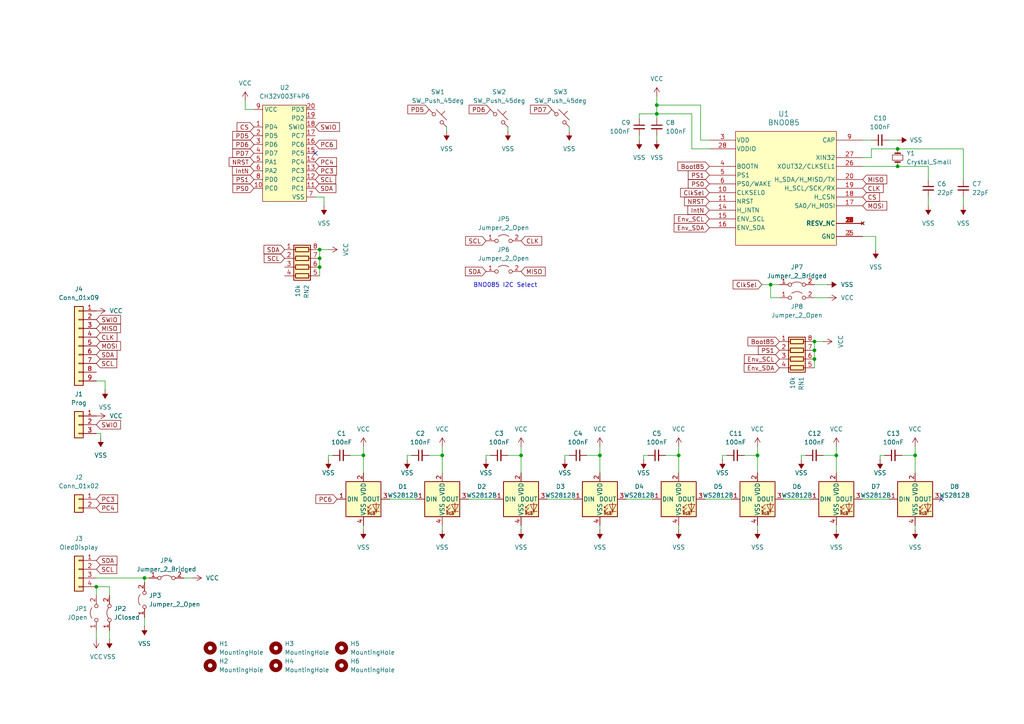
<source format=kicad_sch>
(kicad_sch (version 20231120) (generator "eeschema") (generator_version "8.0")
  (paper "A4")
  (lib_symbols
    (symbol "Connector_Generic:Conn_01x02" (pin_names (offset 1.016) hide)
      (property "Reference" "J" (at 0 2.54 0))
      (property "Value" "Conn_01x02" (at 0 -5.08 0))
      (symbol "Conn_01x02_1_1"
        (rectangle (start -1.27 -2.413) (end 0 -2.667) (stroke (width 0.1524)))
        (rectangle (start -1.27 0.127) (end 0 -0.127) (stroke (width 0.1524)))
        (rectangle (start -1.27 1.27) (end 1.27 -3.81) (stroke (width 0.254)) (fill (type background)))
        (pin passive line (at -5.08 0 0) (length 3.81) (name "Pin_1") (number "1"))
        (pin passive line (at -5.08 -2.54 0) (length 3.81) (name "Pin_2") (number "2"))
      )
    )
    (symbol "Connector_Generic:Conn_01x03" (pin_names (offset 1.016) hide)
      (property "Reference" "J" (at 0 5.08 0))
      (property "Value" "Conn_01x03" (at 0 -5.08 0))
      (symbol "Conn_01x03_1_1"
        (rectangle (start -1.27 -2.413) (end 0 -2.667) (stroke (width 0.1524)))
        (rectangle (start -1.27 0.127) (end 0 -0.127) (stroke (width 0.1524)))
        (rectangle (start -1.27 2.667) (end 0 2.413) (stroke (width 0.1524)))
        (rectangle (start -1.27 3.81) (end 1.27 -3.81) (stroke (width 0.254)) (fill (type background)))
        (pin passive line (at -5.08 2.54 0) (length 3.81) (name "Pin_1") (number "1"))
        (pin passive line (at -5.08 0 0) (length 3.81) (name "Pin_2") (number "2"))
        (pin passive line (at -5.08 -2.54 0) (length 3.81) (name "Pin_3") (number "3"))
      )
    )
    (symbol "Connector_Generic:Conn_01x04" (pin_names (offset 1.016) hide)
      (property "Reference" "J" (at 0 5.08 0))
      (property "Value" "Conn_01x04" (at 0 -7.62 0))
      (symbol "Conn_01x04_1_1"
        (rectangle (start -1.27 -4.953) (end 0 -5.207) (stroke (width 0.1524)))
        (rectangle (start -1.27 -2.413) (end 0 -2.667) (stroke (width 0.1524)))
        (rectangle (start -1.27 0.127) (end 0 -0.127) (stroke (width 0.1524)))
        (rectangle (start -1.27 2.667) (end 0 2.413) (stroke (width 0.1524)))
        (rectangle (start -1.27 3.81) (end 1.27 -6.35) (stroke (width 0.254)) (fill (type background)))
        (pin passive line (at -5.08 2.54 0) (length 3.81) (name "Pin_1") (number "1"))
        (pin passive line (at -5.08 0 0) (length 3.81) (name "Pin_2") (number "2"))
        (pin passive line (at -5.08 -2.54 0) (length 3.81) (name "Pin_3") (number "3"))
        (pin passive line (at -5.08 -5.08 0) (length 3.81) (name "Pin_4") (number "4"))
      )
    )
    (symbol "Connector_Generic:Conn_01x09" (pin_names (offset 1.016) hide)
      (property "Reference" "J" (at 0 12.7 0))
      (property "Value" "Conn_01x09" (at 0 -12.7 0))
      (symbol "Conn_01x09_1_1"
        (rectangle (start -1.27 -10.033) (end 0 -10.287) (stroke (width 0.1524)))
        (rectangle (start -1.27 -7.493) (end 0 -7.747) (stroke (width 0.1524)))
        (rectangle (start -1.27 -4.953) (end 0 -5.207) (stroke (width 0.1524)))
        (rectangle (start -1.27 -2.413) (end 0 -2.667) (stroke (width 0.1524)))
        (rectangle (start -1.27 0.127) (end 0 -0.127) (stroke (width 0.1524)))
        (rectangle (start -1.27 2.667) (end 0 2.413) (stroke (width 0.1524)))
        (rectangle (start -1.27 5.207) (end 0 4.953) (stroke (width 0.1524)))
        (rectangle (start -1.27 7.747) (end 0 7.493) (stroke (width 0.1524)))
        (rectangle (start -1.27 10.287) (end 0 10.033) (stroke (width 0.1524)))
        (rectangle (start -1.27 11.43) (end 1.27 -11.43) (stroke (width 0.254)) (fill (type background)))
        (pin passive line (at -5.08 10.16 0) (length 3.81) (name "Pin_1") (number "1"))
        (pin passive line (at -5.08 7.62 0) (length 3.81) (name "Pin_2") (number "2"))
        (pin passive line (at -5.08 5.08 0) (length 3.81) (name "Pin_3") (number "3"))
        (pin passive line (at -5.08 2.54 0) (length 3.81) (name "Pin_4") (number "4"))
        (pin passive line (at -5.08 0 0) (length 3.81) (name "Pin_5") (number "5"))
        (pin passive line (at -5.08 -2.54 0) (length 3.81) (name "Pin_6") (number "6"))
        (pin passive line (at -5.08 -5.08 0) (length 3.81) (name "Pin_7") (number "7"))
        (pin passive line (at -5.08 -7.62 0) (length 3.81) (name "Pin_8") (number "8"))
        (pin passive line (at -5.08 -10.16 0) (length 3.81) (name "Pin_9") (number "9"))
      )
    )
    (symbol "Device:C_Small" (pin_numbers hide) (pin_names (offset 0.254) hide)
      (property "Reference" "C" (at 0.254 1.778 0))
      (property "Value" "C_Small" (at 0.254 -2.032 0))
      (symbol "C_Small_0_1"
        (polyline (pts (xy -1.524 -0.508) (xy 1.524 -0.508)) (stroke (width 0.3302)))
        (polyline (pts (xy -1.524 0.508) (xy 1.524 0.508)) (stroke (width 0.3048)))
      )
      (symbol "C_Small_1_1"
        (pin passive line (at 0 2.54 270) (length 2.032) (name "~") (number "1"))
        (pin passive line (at 0 -2.54 90) (length 2.032) (name "~") (number "2"))
      )
    )
    (symbol "Device:Crystal_Small" (pin_numbers hide) (pin_names (offset 1.016) hide)
      (property "Reference" "Y" (at 0 2.54 0))
      (property "Value" "Crystal_Small" (at 0 -2.54 0))
      (symbol "Crystal_Small_0_1"
        (rectangle (start -0.762 -1.524) (end 0.762 1.524))
        (polyline (pts (xy -1.27 -0.762) (xy -1.27 0.762)) (stroke (width 0.381)))
        (polyline (pts (xy 1.27 -0.762) (xy 1.27 0.762)) (stroke (width 0.381)))
      )
      (symbol "Crystal_Small_1_1"
        (pin passive line (at -2.54 0 0) (length 1.27) (name "1") (number "1"))
        (pin passive line (at 2.54 0 180) (length 1.27) (name "2") (number "2"))
      )
    )
    (symbol "Device:R_Pack04" (pin_names (offset 0) hide)
      (property "Reference" "RN" (at -7.62 0 90))
      (property "Value" "R_Pack04" (at 5.08 0 90))
      (symbol "R_Pack04_0_1"
        (rectangle (start -6.35 -2.413) (end 3.81 2.413) (stroke (width 0.254)) (fill (type background)))
        (rectangle (start -5.715 1.905) (end -4.445 -1.905) (stroke (width 0.254)))
        (rectangle (start -3.175 1.905) (end -1.905 -1.905) (stroke (width 0.254)))
        (rectangle (start -0.635 1.905) (end 0.635 -1.905) (stroke (width 0.254)))
        (polyline (pts (xy -5.08 -2.54) (xy -5.08 -1.905)))
        (polyline (pts (xy -5.08 1.905) (xy -5.08 2.54)))
        (polyline (pts (xy -2.54 -2.54) (xy -2.54 -1.905)))
        (polyline (pts (xy -2.54 1.905) (xy -2.54 2.54)))
        (polyline (pts (xy 0 -2.54) (xy 0 -1.905)))
        (polyline (pts (xy 0 1.905) (xy 0 2.54)))
        (polyline (pts (xy 2.54 -2.54) (xy 2.54 -1.905)))
        (polyline (pts (xy 2.54 1.905) (xy 2.54 2.54)))
        (rectangle (start 1.905 1.905) (end 3.175 -1.905) (stroke (width 0.254)))
      )
      (symbol "R_Pack04_1_1"
        (pin passive line (at -5.08 -5.08 90) (length 2.54) (name "R1.1") (number "1"))
        (pin passive line (at -2.54 -5.08 90) (length 2.54) (name "R2.1") (number "2"))
        (pin passive line (at 0 -5.08 90) (length 2.54) (name "R3.1") (number "3"))
        (pin passive line (at 2.54 -5.08 90) (length 2.54) (name "R4.1") (number "4"))
        (pin passive line (at 2.54 5.08 270) (length 2.54) (name "R4.2") (number "5"))
        (pin passive line (at 0 5.08 270) (length 2.54) (name "R3.2") (number "6"))
        (pin passive line (at -2.54 5.08 270) (length 2.54) (name "R2.2") (number "7"))
        (pin passive line (at -5.08 5.08 270) (length 2.54) (name "R1.2") (number "8"))
      )
    )
    (symbol "GaussMouse:BNO085" (pin_names (offset 0.254))
      (property "Reference" "U" (at 35.56 4.318 0))
      (property "Value" "BNO085" (at 12.7 4.064 0))
      (symbol "BNO085_0_1"
        (pin no_connect line (at 44.45 -24.13 180) (length 7.62) (name "RESV_NC") (number "1"))
        (pin input line (at 0 -15.24 0) (length 7.62) (name "CLKSEL0") (number "10"))
        (pin input line (at 0 -17.78 0) (length 7.62) (name "NRST") (number "11"))
        (pin no_connect line (at 44.45 -24.13 180) (length 7.62) (name "RESV_NC") (number "12"))
        (pin no_connect line (at 44.45 -24.13 180) (length 7.62) (name "RESV_NC") (number "13"))
        (pin output line (at 0 -20.32 0) (length 7.62) (name "H_INTN") (number "14"))
        (pin bidirectional line (at 0 -22.86 0) (length 7.62) (name "ENV_SCL") (number "15"))
        (pin bidirectional line (at 0 -25.4 0) (length 7.62) (name "ENV_SDA") (number "16"))
        (pin input line (at 44.45 -19.05 180) (length 7.62) (name "SA0/H_MOSI") (number "17"))
        (pin input line (at 44.45 -16.51 180) (length 7.62) (name "H_CSN") (number "18"))
        (pin bidirectional line (at 44.45 -13.97 180) (length 7.62) (name "H_SCL/SCK/RX") (number "19"))
        (pin power_out line (at 44.45 -27.94 180) (length 7.62) (name "GND") (number "2"))
        (pin bidirectional line (at 44.45 -11.43 180) (length 7.62) (name "H_SDA/H_MISO/TX") (number "20"))
        (pin no_connect line (at 44.45 -24.13 180) (length 7.62) (name "RESV_NC") (number "21"))
        (pin no_connect line (at 44.45 -24.13 180) (length 7.62) (name "RESV_NC") (number "22"))
        (pin no_connect line (at 44.45 -24.13 180) (length 7.62) (name "RESV_NC") (number "23"))
        (pin no_connect line (at 44.45 -24.13 180) (length 7.62) (name "RESV_NC") (number "24"))
        (pin power_out line (at 44.45 -27.94 180) (length 7.62) (name "GND") (number "25"))
        (pin output line (at 44.45 -7.62 180) (length 7.62) (name "XOUT32/CLKSEL1") (number "26"))
        (pin input line (at 44.45 -5.08 180) (length 7.62) (name "XIN32") (number "27"))
        (pin power_in line (at 0 -2.54 0) (length 7.62) (name "VDDIO") (number "28"))
        (pin power_in line (at 0 0 0) (length 7.62) (name "VDD") (number "3"))
        (pin input line (at 0 -7.62 0) (length 7.62) (name "BOOTN") (number "4"))
        (pin input line (at 0 -10.16 0) (length 7.62) (name "PS1") (number "5"))
        (pin input line (at 0 -12.7 0) (length 7.62) (name "PS0/WAKE") (number "6"))
        (pin no_connect line (at 44.45 -24.13 180) (length 7.62) (name "RESV_NC") (number "7"))
        (pin no_connect line (at 44.45 -24.13 180) (length 7.62) (name "RESV_NC") (number "8"))
        (pin power_in line (at 44.45 0 180) (length 7.62) (name "CAP") (number "9"))
      )
      (symbol "BNO085_1_1"
        (rectangle (start 7.62 2.54) (end 36.83 -30.48) (fill (type background)))
      )
    )
    (symbol "Jumper:Jumper_2_Bridged" (pin_names (offset 0) hide)
      (property "Reference" "JP" (at 0 1.905 0))
      (property "Value" "Jumper_2_Bridged" (at 0 -2.54 0))
      (symbol "Jumper_2_Bridged_0_0"
        (circle (center -2.032 0) (radius 0.508))
        (circle (center 2.032 0) (radius 0.508))
      )
      (symbol "Jumper_2_Bridged_0_1"
        (arc (start 1.524 0.254) (mid 0 0.762) (end -1.524 0.254))
      )
      (symbol "Jumper_2_Bridged_1_1"
        (pin passive line (at -5.08 0 0) (length 2.54) (name "A") (number "1"))
        (pin passive line (at 5.08 0 180) (length 2.54) (name "B") (number "2"))
      )
    )
    (symbol "Jumper:Jumper_2_Open" (pin_names (offset 0) hide)
      (property "Reference" "JP" (at 0 2.794 0))
      (property "Value" "Jumper_2_Open" (at 0 -2.286 0))
      (symbol "Jumper_2_Open_0_0"
        (circle (center -2.032 0) (radius 0.508))
        (circle (center 2.032 0) (radius 0.508))
      )
      (symbol "Jumper_2_Open_0_1"
        (arc (start 1.524 1.27) (mid 0 1.778) (end -1.524 1.27))
      )
      (symbol "Jumper_2_Open_1_1"
        (pin passive line (at -5.08 0 0) (length 2.54) (name "A") (number "1"))
        (pin passive line (at 5.08 0 180) (length 2.54) (name "B") (number "2"))
      )
    )
    (symbol "LED:WS2812B" (pin_names (offset 0.254))
      (property "Reference" "D1" (at 11.43 3.6479 0))
      (property "Value" "WS2812B" (at 11.43 1.1079 0))
      (symbol "WS2812B_0_0"
        (text "RGB" (at 2.286 -4.191 0) (effects (font (size 0.762 0.762))))
      )
      (symbol "WS2812B_0_1"
        (polyline (pts (xy 1.27 -3.556) (xy 1.778 -3.556)))
        (polyline (pts (xy 1.27 -2.54) (xy 1.778 -2.54)))
        (polyline (pts (xy 4.699 -3.556) (xy 2.667 -3.556)))
        (polyline (pts (xy 2.286 -2.54) (xy 1.27 -3.556) (xy 1.27 -3.048)))
        (polyline (pts (xy 2.286 -1.524) (xy 1.27 -2.54) (xy 1.27 -2.032)))
        (polyline (pts (xy 3.683 -1.016) (xy 3.683 -3.556) (xy 3.683 -4.064)))
        (polyline (pts (xy 4.699 -1.524) (xy 2.667 -1.524) (xy 3.683 -3.556) (xy 4.699 -1.524)))
        (rectangle (start 5.08 5.08) (end -5.08 -5.08) (stroke (width 0.254)) (fill (type background)))
      )
      (symbol "WS2812B_1_1"
        (pin input line (at -7.62 0 0) (length 2.54) (name "DIN") (number "1"))
        (pin power_in line (at 0 7.62 270) (length 2.54) (name "VDD") (number "2"))
        (pin output line (at 7.62 0 180) (length 2.54) (name "DOUT") (number "3"))
        (pin power_in line (at 0 -7.62 90) (length 2.54) (name "VSS") (number "4"))
      )
    )
    (symbol "Mechanical:MountingHole" (pin_names (offset 1.016))
      (property "Reference" "H" (at 0 5.08 0))
      (property "Value" "MountingHole" (at 0 3.175 0))
      (symbol "MountingHole_0_1"
        (circle (center 0 0) (radius 1.27) (stroke (width 1.27)))
      )
    )
    (symbol "Switch:SW_Push_45deg" (pin_numbers hide) (pin_names (offset 1.016) hide)
      (property "Reference" "SW" (at 3.048 1.016 0))
      (property "Value" "SW_Push_45deg" (at 0 -3.81 0))
      (symbol "SW_Push_45deg_0_1"
        (circle (center -1.1684 1.1684) (radius 0.508))
        (polyline (pts (xy -0.508 2.54) (xy 2.54 -0.508)))
        (polyline (pts (xy 1.016 1.016) (xy 2.032 2.032)))
        (polyline (pts (xy -2.54 2.54) (xy -1.524 1.524) (xy -1.524 1.524)))
        (polyline (pts (xy 1.524 -1.524) (xy 2.54 -2.54) (xy 2.54 -2.54) (xy 2.54 -2.54)))
        (circle (center 1.143 -1.1938) (radius 0.508))
        (pin passive line (at -2.54 2.54 0) (length 0) (name "1") (number "1"))
        (pin passive line (at 2.54 -2.54 180) (length 0) (name "2") (number "2"))
      )
    )
    (symbol "WCH:CH32V003F4P6"
      (property "Reference" "U" (at 5.08 -24.13 0))
      (property "Value" "CH32V003F4P6" (at 0 6.35 0))
      (symbol "CH32V003F4P6_0_1"
        (rectangle (start -6.35 5.08) (end 6.35 -22.86) (stroke (width 0.1524)) (fill (type background)))
      )
      (symbol "CH32V003F4P6_1_1"
        (pin input line (at -8.89 -1.27 0) (length 2.54) (name "PD4") (number "1"))
        (pin input line (at -8.89 -19.05 0) (length 2.54) (name "PC0") (number "10"))
        (pin input line (at 8.89 -19.05 180) (length 2.54) (name "PC1") (number "11"))
        (pin input line (at 8.89 -16.51 180) (length 2.54) (name "PC2") (number "12"))
        (pin input line (at 8.89 -13.97 180) (length 2.54) (name "PC3") (number "13"))
        (pin input line (at 8.89 -11.43 180) (length 2.54) (name "PC4") (number "14"))
        (pin input line (at 8.89 -8.89 180) (length 2.54) (name "PC5") (number "15"))
        (pin input line (at 8.89 -6.35 180) (length 2.54) (name "PC6") (number "16"))
        (pin input line (at 8.89 -3.81 180) (length 2.54) (name "PC7") (number "17"))
        (pin input line (at 8.89 -1.27 180) (length 2.54) (name "SWIO") (number "18"))
        (pin input line (at 8.89 1.27 180) (length 2.54) (name "PD2") (number "19"))
        (pin input line (at -8.89 -3.81 0) (length 2.54) (name "PD5") (number "2"))
        (pin input line (at 8.89 3.81 180) (length 2.54) (name "PD3") (number "20"))
        (pin input line (at -8.89 -6.35 0) (length 2.54) (name "PD6") (number "3"))
        (pin input line (at -8.89 -8.89 0) (length 2.54) (name "PD7") (number "4"))
        (pin input line (at -8.89 -11.43 0) (length 2.54) (name "PA1") (number "5"))
        (pin input line (at -8.89 -13.97 0) (length 2.54) (name "PA2") (number "6"))
        (pin input line (at 8.89 -21.59 180) (length 2.54) (name "VSS") (number "7"))
        (pin input line (at -8.89 -16.51 0) (length 2.54) (name "PD0") (number "8"))
        (pin input line (at -8.89 3.81 0) (length 2.54) (name "VCC") (number "9"))
      )
    )
    (symbol "power:VCC" (power) (pin_names (offset 0))
      (property "Value" "VCC" (at 0 3.81 0))
      (symbol "VCC_0_1"
        (polyline (pts (xy -0.762 1.27) (xy 0 2.54)))
        (polyline (pts (xy 0 0) (xy 0 2.54)))
        (polyline (pts (xy 0 2.54) (xy 0.762 1.27)))
      )
      (symbol "VCC_1_1"
        (pin power_in line (at 0 0 90) (length 0) hide (name "VCC") (number "1"))
      )
    )
    (symbol "power:VSS" (power) (pin_numbers hide) (pin_names (offset 0) hide)
      (property "Value" "VSS" (at 0 3.556 0))
      (symbol "VSS_0_1"
        (polyline (pts (xy 0 0) (xy 0 2.54)))
        (polyline (pts (xy 0.762 1.27) (xy -0.762 1.27) (xy 0 2.54) (xy 0.762 1.27)) (fill (type outline)))
      )
      (symbol "VSS_1_1"
        (pin power_in line (at 0 0 90) (length 0) (name "~") (number "1"))
      )
    )
  )
  (junction (at 260.35 48.26))
  (junction (at 92.71 77.47))
  (junction (at 260.35 43.18))
  (junction (at 236.22 104.14))
  (junction (at 92.71 72.39))
  (junction (at 223.52 82.55))
  (junction (at 190.5 30.48))
  (junction (at 173.99 132.08))
  (junction (at 265.43 132.08))
  (junction (at 219.71 132.08))
  (junction (at 27.94 170.18))
  (junction (at 41.91 167.64))
  (junction (at 242.57 132.08))
  (junction (at 128.27 132.08))
  (junction (at 196.85 132.08))
  (junction (at 236.22 99.06))
  (junction (at 151.13 132.08))
  (junction (at 105.41 132.08))
  (junction (at 92.71 74.93))
  (junction (at 236.22 101.6))
  (junction (at 190.5 33.02))
  (no_connect (at 273.05 144.78))
  (no_connect (at 91.44 44.45))
  (wire (pts (xy 236.22 86.36) (xy 240.03 86.36)))
  (wire (pts (xy 95.25 72.39) (xy 92.71 72.39)))
  (wire (pts (xy 41.91 179.07) (xy 41.91 181.61)))
  (wire (pts (xy 128.27 152.4) (xy 128.27 153.67)))
  (wire (pts (xy 173.99 132.08) (xy 173.99 137.16)))
  (wire (pts (xy 254 68.58) (xy 250.19 68.58)))
  (wire (pts (xy 158.75 144.78) (xy 166.37 144.78)))
  (wire (pts (xy 151.13 152.4) (xy 151.13 153.67)))
  (wire (pts (xy 232.41 133.35) (xy 232.41 132.08)))
  (wire (pts (xy 242.57 132.08) (xy 242.57 137.16)))
  (wire (pts (xy 29.21 125.73) (xy 27.94 125.73)))
  (wire (pts (xy 252.73 43.18) (xy 260.35 43.18)))
  (wire (pts (xy 186.69 132.08) (xy 187.96 132.08)))
  (wire (pts (xy 238.76 99.06) (xy 236.22 99.06)))
  (wire (pts (xy 185.42 34.29) (xy 185.42 33.02)))
  (wire (pts (xy 31.75 172.72) (xy 31.75 170.18)))
  (wire (pts (xy 269.24 57.15) (xy 269.24 59.69)))
  (wire (pts (xy 71.12 29.21) (xy 71.12 31.75)))
  (wire (pts (xy 279.4 57.15) (xy 279.4 59.69)))
  (wire (pts (xy 250.19 40.64) (xy 252.73 40.64)))
  (wire (pts (xy 242.57 129.54) (xy 242.57 132.08)))
  (wire (pts (xy 185.42 33.02) (xy 190.5 33.02)))
  (wire (pts (xy 95.25 133.35) (xy 95.25 132.08)))
  (wire (pts (xy 128.27 132.08) (xy 128.27 137.16)))
  (wire (pts (xy 232.41 132.08) (xy 233.68 132.08)))
  (wire (pts (xy 269.24 52.07) (xy 269.24 48.26)))
  (wire (pts (xy 41.91 167.64) (xy 41.91 168.91)))
  (wire (pts (xy 92.71 77.47) (xy 92.71 80.01)))
  (wire (pts (xy 128.27 129.54) (xy 128.27 132.08)))
  (wire (pts (xy 220.98 82.55) (xy 223.52 82.55)))
  (wire (pts (xy 101.6 132.08) (xy 105.41 132.08)))
  (wire (pts (xy 203.2 40.64) (xy 203.2 30.48)))
  (wire (pts (xy 196.85 152.4) (xy 196.85 153.67)))
  (wire (pts (xy 95.25 132.08) (xy 96.52 132.08)))
  (wire (pts (xy 223.52 82.55) (xy 226.06 82.55)))
  (wire (pts (xy 173.99 152.4) (xy 173.99 153.67)))
  (wire (pts (xy 147.32 36.83) (xy 147.32 38.1)))
  (wire (pts (xy 190.5 39.37) (xy 190.5 40.64)))
  (wire (pts (xy 53.34 167.64) (xy 55.88 167.64)))
  (wire (pts (xy 265.43 129.54) (xy 265.43 132.08)))
  (wire (pts (xy 279.4 43.18) (xy 279.4 52.07)))
  (wire (pts (xy 151.13 132.08) (xy 151.13 137.16)))
  (wire (pts (xy 227.33 144.78) (xy 234.95 144.78)))
  (wire (pts (xy 223.52 86.36) (xy 223.52 82.55)))
  (wire (pts (xy 165.1 36.83) (xy 165.1 38.1)))
  (wire (pts (xy 105.41 132.08) (xy 105.41 137.16)))
  (wire (pts (xy 226.06 86.36) (xy 223.52 86.36)))
  (wire (pts (xy 27.94 167.64) (xy 41.91 167.64)))
  (wire (pts (xy 30.48 113.03) (xy 30.48 110.49)))
  (wire (pts (xy 236.22 101.6) (xy 236.22 104.14)))
  (wire (pts (xy 204.47 144.78) (xy 212.09 144.78)))
  (wire (pts (xy 147.32 132.08) (xy 151.13 132.08)))
  (wire (pts (xy 254 72.39) (xy 254 68.58)))
  (wire (pts (xy 186.69 133.35) (xy 186.69 132.08)))
  (wire (pts (xy 31.75 182.88) (xy 31.75 185.42)))
  (wire (pts (xy 93.98 59.69) (xy 93.98 57.15)))
  (wire (pts (xy 181.61 144.78) (xy 189.23 144.78)))
  (wire (pts (xy 236.22 82.55) (xy 240.03 82.55)))
  (wire (pts (xy 190.5 30.48) (xy 190.5 33.02)))
  (wire (pts (xy 209.55 133.35) (xy 209.55 132.08)))
  (wire (pts (xy 250.19 144.78) (xy 257.81 144.78)))
  (wire (pts (xy 129.54 36.83) (xy 129.54 38.1)))
  (wire (pts (xy 118.11 133.35) (xy 118.11 132.08)))
  (wire (pts (xy 200.66 33.02) (xy 190.5 33.02)))
  (wire (pts (xy 118.11 132.08) (xy 119.38 132.08)))
  (wire (pts (xy 236.22 104.14) (xy 236.22 106.68)))
  (wire (pts (xy 190.5 27.94) (xy 190.5 30.48)))
  (wire (pts (xy 265.43 132.08) (xy 265.43 137.16)))
  (wire (pts (xy 27.94 182.88) (xy 27.94 185.42)))
  (wire (pts (xy 140.97 133.35) (xy 140.97 132.08)))
  (wire (pts (xy 250.19 48.26) (xy 260.35 48.26)))
  (wire (pts (xy 200.66 43.18) (xy 200.66 33.02)))
  (wire (pts (xy 124.46 132.08) (xy 128.27 132.08)))
  (wire (pts (xy 205.74 43.18) (xy 200.66 43.18)))
  (wire (pts (xy 260.35 43.18) (xy 279.4 43.18)))
  (wire (pts (xy 261.62 132.08) (xy 265.43 132.08)))
  (wire (pts (xy 190.5 33.02) (xy 190.5 34.29)))
  (wire (pts (xy 185.42 39.37) (xy 185.42 40.64)))
  (wire (pts (xy 105.41 152.4) (xy 105.41 153.67)))
  (wire (pts (xy 236.22 99.06) (xy 236.22 101.6)))
  (wire (pts (xy 163.83 132.08) (xy 165.1 132.08)))
  (wire (pts (xy 255.27 133.35) (xy 255.27 132.08)))
  (wire (pts (xy 242.57 152.4) (xy 242.57 153.67)))
  (wire (pts (xy 219.71 152.4) (xy 219.71 153.67)))
  (wire (pts (xy 265.43 152.4) (xy 265.43 153.67)))
  (wire (pts (xy 250.19 45.72) (xy 252.73 45.72)))
  (wire (pts (xy 41.91 167.64) (xy 43.18 167.64)))
  (wire (pts (xy 163.83 133.35) (xy 163.83 132.08)))
  (wire (pts (xy 151.13 129.54) (xy 151.13 132.08)))
  (wire (pts (xy 105.41 129.54) (xy 105.41 132.08)))
  (wire (pts (xy 190.5 30.48) (xy 203.2 30.48)))
  (wire (pts (xy 93.98 57.15) (xy 91.44 57.15)))
  (wire (pts (xy 173.99 129.54) (xy 173.99 132.08)))
  (wire (pts (xy 30.48 110.49) (xy 27.94 110.49)))
  (wire (pts (xy 255.27 132.08) (xy 256.54 132.08)))
  (wire (pts (xy 31.75 170.18) (xy 27.94 170.18)))
  (wire (pts (xy 238.76 132.08) (xy 242.57 132.08)))
  (wire (pts (xy 260.35 48.26) (xy 269.24 48.26)))
  (wire (pts (xy 203.2 40.64) (xy 205.74 40.64)))
  (wire (pts (xy 92.71 72.39) (xy 92.71 74.93)))
  (wire (pts (xy 219.71 132.08) (xy 219.71 137.16)))
  (wire (pts (xy 219.71 129.54) (xy 219.71 132.08)))
  (wire (pts (xy 252.73 45.72) (xy 252.73 43.18)))
  (wire (pts (xy 140.97 132.08) (xy 142.24 132.08)))
  (wire (pts (xy 71.12 31.75) (xy 73.66 31.75)))
  (wire (pts (xy 193.04 132.08) (xy 196.85 132.08)))
  (wire (pts (xy 29.21 127) (xy 29.21 125.73)))
  (wire (pts (xy 196.85 129.54) (xy 196.85 132.08)))
  (wire (pts (xy 215.9 132.08) (xy 219.71 132.08)))
  (wire (pts (xy 113.03 144.78) (xy 120.65 144.78)))
  (wire (pts (xy 170.18 132.08) (xy 173.99 132.08)))
  (wire (pts (xy 135.89 144.78) (xy 143.51 144.78)))
  (wire (pts (xy 209.55 132.08) (xy 210.82 132.08)))
  (wire (pts (xy 92.71 74.93) (xy 92.71 77.47)))
  (wire (pts (xy 27.94 170.18) (xy 27.94 172.72)))
  (wire (pts (xy 257.81 40.64) (xy 260.35 40.64)))
  (wire (pts (xy 196.85 132.08) (xy 196.85 137.16)))
  (text "BNO085 I2C Select" (at 146.558 82.804 0) (effects (font (size 1.27 1.27))))
  (global_label "NRST" (shape input) (at 205.74 58.42 180) (property "Intersheetrefs" "${INTERSHEET_REFS}" (effects (hide yes))))
  (global_label "MOSI" (shape input) (at 250.19 59.69 0) (property "Intersheetrefs" "${INTERSHEET_REFS}" (effects (hide yes))))
  (global_label "SDA" (shape input) (at 27.94 162.56 0) (property "Intersheetrefs" "${INTERSHEET_REFS}" (effects (hide yes))))
  (global_label "IntN" (shape input) (at 73.66 49.53 180) (property "Intersheetrefs" "${INTERSHEET_REFS}" (effects (hide yes))))
  (global_label "PC6" (shape input) (at 97.79 144.78 180) (property "Intersheetrefs" "${INTERSHEET_REFS}" (effects (hide yes))))
  (global_label "SWIO" (shape input) (at 27.94 123.19 0) (property "Intersheetrefs" "${INTERSHEET_REFS}" (effects (hide yes))))
  (global_label "PD5" (shape input) (at 124.46 31.75 180) (property "Intersheetrefs" "${INTERSHEET_REFS}" (effects (hide yes))))
  (global_label "MISO" (shape input) (at 151.13 78.74 0) (property "Intersheetrefs" "${INTERSHEET_REFS}" (effects (hide yes))))
  (global_label "PS1" (shape input) (at 205.74 50.8 180) (property "Intersheetrefs" "${INTERSHEET_REFS}" (effects (hide yes))))
  (global_label "PD5" (shape input) (at 73.66 39.37 180) (property "Intersheetrefs" "${INTERSHEET_REFS}" (effects (hide yes))))
  (global_label "MISO" (shape input) (at 250.19 52.07 0) (property "Intersheetrefs" "${INTERSHEET_REFS}" (effects (hide yes))))
  (global_label "CS" (shape input) (at 73.66 36.83 180) (property "Intersheetrefs" "${INTERSHEET_REFS}" (effects (hide yes))))
  (global_label "PD7" (shape input) (at 160.02 31.75 180) (property "Intersheetrefs" "${INTERSHEET_REFS}" (effects (hide yes))))
  (global_label "Env_SCL" (shape input) (at 226.06 104.14 180) (property "Intersheetrefs" "${INTERSHEET_REFS}" (effects (hide yes))))
  (global_label "PD6" (shape input) (at 73.66 41.91 180) (property "Intersheetrefs" "${INTERSHEET_REFS}" (effects (hide yes))))
  (global_label "MOSI" (shape input) (at 27.94 100.33 0) (property "Intersheetrefs" "${INTERSHEET_REFS}" (effects (hide yes))))
  (global_label "CLK" (shape input) (at 151.13 69.85 0) (property "Intersheetrefs" "${INTERSHEET_REFS}" (effects (hide yes))))
  (global_label "SCL" (shape input) (at 27.94 105.41 0) (property "Intersheetrefs" "${INTERSHEET_REFS}" (effects (hide yes))))
  (global_label "Env_SDA" (shape input) (at 205.74 66.04 180) (property "Intersheetrefs" "${INTERSHEET_REFS}" (effects (hide yes))))
  (global_label "PC3" (shape input) (at 91.44 49.53 0) (property "Intersheetrefs" "${INTERSHEET_REFS}" (effects (hide yes))))
  (global_label "PS0" (shape input) (at 73.66 54.61 180) (property "Intersheetrefs" "${INTERSHEET_REFS}" (effects (hide yes))))
  (global_label "PC4" (shape input) (at 91.44 46.99 0) (property "Intersheetrefs" "${INTERSHEET_REFS}" (effects (hide yes))))
  (global_label "ClkSel" (shape input) (at 220.98 82.55 180) (property "Intersheetrefs" "${INTERSHEET_REFS}" (effects (hide yes))))
  (global_label "ClkSel" (shape input) (at 205.74 55.88 180) (property "Intersheetrefs" "${INTERSHEET_REFS}" (effects (hide yes))))
  (global_label "IntN" (shape input) (at 205.74 60.96 180) (property "Intersheetrefs" "${INTERSHEET_REFS}" (effects (hide yes))))
  (global_label "NRST" (shape input) (at 73.66 46.99 180) (property "Intersheetrefs" "${INTERSHEET_REFS}" (effects (hide yes))))
  (global_label "MISO" (shape input) (at 27.94 95.25 0) (property "Intersheetrefs" "${INTERSHEET_REFS}" (effects (hide yes))))
  (global_label "SCL" (shape input) (at 140.97 69.85 180) (property "Intersheetrefs" "${INTERSHEET_REFS}" (effects (hide yes))))
  (global_label "PC6" (shape input) (at 91.44 41.91 0) (property "Intersheetrefs" "${INTERSHEET_REFS}" (effects (hide yes))))
  (global_label "CS" (shape input) (at 250.19 57.15 0) (property "Intersheetrefs" "${INTERSHEET_REFS}" (effects (hide yes))))
  (global_label "SCL" (shape input) (at 27.94 165.1 0) (property "Intersheetrefs" "${INTERSHEET_REFS}" (effects (hide yes))))
  (global_label "Boot85" (shape input) (at 205.74 48.26 180) (property "Intersheetrefs" "${INTERSHEET_REFS}" (effects (hide yes))))
  (global_label "SWIO" (shape input) (at 27.94 92.71 0) (property "Intersheetrefs" "${INTERSHEET_REFS}" (effects (hide yes))))
  (global_label "PS0" (shape input) (at 205.74 53.34 180) (property "Intersheetrefs" "${INTERSHEET_REFS}" (effects (hide yes))))
  (global_label "Boot85" (shape input) (at 226.06 99.06 180) (property "Intersheetrefs" "${INTERSHEET_REFS}" (effects (hide yes))))
  (global_label "SWIO" (shape input) (at 91.44 36.83 0) (property "Intersheetrefs" "${INTERSHEET_REFS}" (effects (hide yes))))
  (global_label "PD6" (shape input) (at 142.24 31.75 180) (property "Intersheetrefs" "${INTERSHEET_REFS}" (effects (hide yes))))
  (global_label "Env_SCL" (shape input) (at 205.74 63.5 180) (property "Intersheetrefs" "${INTERSHEET_REFS}" (effects (hide yes))))
  (global_label "PS1" (shape input) (at 73.66 52.07 180) (property "Intersheetrefs" "${INTERSHEET_REFS}" (effects (hide yes))))
  (global_label "CLK" (shape input) (at 27.94 97.79 0) (property "Intersheetrefs" "${INTERSHEET_REFS}" (effects (hide yes))))
  (global_label "SCL" (shape input) (at 82.55 74.93 180) (property "Intersheetrefs" "${INTERSHEET_REFS}" (effects (hide yes))))
  (global_label "SDA" (shape input) (at 27.94 102.87 0) (property "Intersheetrefs" "${INTERSHEET_REFS}" (effects (hide yes))))
  (global_label "SCL" (shape input) (at 91.44 52.07 0) (property "Intersheetrefs" "${INTERSHEET_REFS}" (effects (hide yes))))
  (global_label "PD7" (shape input) (at 73.66 44.45 180) (property "Intersheetrefs" "${INTERSHEET_REFS}" (effects (hide yes))))
  (global_label "PS1" (shape input) (at 226.06 101.6 180) (property "Intersheetrefs" "${INTERSHEET_REFS}" (effects (hide yes))))
  (global_label "CLK" (shape input) (at 250.19 54.61 0) (property "Intersheetrefs" "${INTERSHEET_REFS}" (effects (hide yes))))
  (global_label "PC4" (shape input) (at 27.94 147.32 0) (property "Intersheetrefs" "${INTERSHEET_REFS}" (effects (hide yes))))
  (global_label "SDA" (shape input) (at 140.97 78.74 180) (property "Intersheetrefs" "${INTERSHEET_REFS}" (effects (hide yes))))
  (global_label "SDA" (shape input) (at 82.55 72.39 180) (property "Intersheetrefs" "${INTERSHEET_REFS}" (effects (hide yes))))
  (global_label "Env_SDA" (shape input) (at 226.06 106.68 180) (property "Intersheetrefs" "${INTERSHEET_REFS}" (effects (hide yes))))
  (global_label "PC3" (shape input) (at 27.94 144.78 0) (property "Intersheetrefs" "${INTERSHEET_REFS}" (effects (hide yes))))
  (global_label "SDA" (shape input) (at 91.44 54.61 0) (property "Intersheetrefs" "${INTERSHEET_REFS}" (effects (hide yes))))
  (symbol (lib_id "LED:WS2812B") (at 105.41 144.78 0) (unit 1)
    (property "Reference" "D1" (at 116.84 141.1321 0))
    (property "Value" "WS2812B" (at 116.84 143.6721 0))
    (property "Footprint" "UL_LED:SK6812SIDE-A-RVS" (effects (hide yes)))
    (property "Datasheet" "https://cdn-shop.adafruit.com/datasheets/WS2812B.pdf" (effects (hide yes)))
  )
  (symbol (lib_id "Jumper:Jumper_2_Open") (at 27.94 177.8 90) (unit 1)
    (property "Reference" "JP1" (at 25.4 176.53 90) (effects (justify left)))
    (property "Value" "JOpen" (at 25.4 179.07 90) (effects (justify left)))
    (property "Footprint" "Jumper:SolderJumper-2_P1.3mm_Open_TrianglePad1.0x1.5mm" (effects (hide yes)))
  )
  (symbol (lib_id "power:VCC") (at 173.99 129.54 0) (unit 1)
    (property "Reference" "#PWR028" (effects (hide yes)))
    (property "Value" "VCC" (at 173.99 124.46 0))
  )
  (symbol (lib_id "power:VSS") (at 279.4 59.69 180) (unit 1)
    (property "Reference" "#PWR07" (effects (hide yes)))
    (property "Value" "VSS" (at 279.4 64.77 0))
    (property "Description" "Power symbol creates a global label with name \"VSS\"" (effects (hide yes)))
  )
  (symbol (lib_id "WCH:CH32V003F4P6") (at 82.55 35.56 0) (unit 1)
    (property "Reference" "U2" (at 82.55 25.4 0))
    (property "Value" "CH32V003F4P6" (at 82.55 27.94 0))
    (property "Footprint" "Package_SO:TSSOP-20_4.4x6.5mm_P0.65mm" (effects (hide yes)))
  )
  (symbol (lib_id "Jumper:Jumper_2_Open") (at 231.14 86.36 0) (unit 1)
    (property "Reference" "JP8" (at 231.14 88.9 0))
    (property "Value" "Jumper_2_Open" (at 231.14 91.44 0))
    (property "Footprint" "Jumper:SolderJumper-2_P1.3mm_Open_TrianglePad1.0x1.5mm" (effects (hide yes)))
    (property "Description" "Jumper, 2-pole, open" (effects (hide yes)))
  )
  (symbol (lib_id "power:VCC") (at 238.76 99.06 270) (mirror x) (unit 1)
    (property "Reference" "#PWR010" (effects (hide yes)))
    (property "Value" "VCC" (at 243.84 99.06 0))
  )
  (symbol (lib_id "power:VSS") (at 219.71 153.67 180) (unit 1)
    (property "Reference" "#PWR041" (effects (hide yes)))
    (property "Value" "VSS" (at 219.71 158.75 0))
  )
  (symbol (lib_id "power:VCC") (at 151.13 129.54 0) (unit 1)
    (property "Reference" "#PWR025" (effects (hide yes)))
    (property "Value" "VCC" (at 151.13 124.46 0))
  )
  (symbol (lib_id "Device:C_Small") (at 259.08 132.08 90) (unit 1)
    (property "Reference" "C13" (at 259.0863 125.73 90))
    (property "Value" "100nF" (at 259.0863 128.27 90))
    (property "Footprint" "Capacitor_SMD:C_0805_2012Metric" (effects (hide yes)))
  )
  (symbol (lib_id "GaussMouse:BNO085") (at 205.74 40.64 0) (unit 1)
    (property "Reference" "U1" (at 227.33 33.02 0) (effects (font (size 1.524 1.524))))
    (property "Value" "BNO085" (at 227.33 35.56 0) (effects (font (size 1.524 1.524))))
    (property "Footprint" "Package_LGA:LGA-28_5.2x3.8mm_P0.5mm" (effects (hide yes)))
    (property "Datasheet" "BNO085" (effects (hide yes)))
  )
  (symbol (lib_id "power:VSS") (at 41.91 181.61 180) (unit 1)
    (property "Reference" "#PWR019" (effects (hide yes)))
    (property "Value" "VSS" (at 41.91 186.69 0))
  )
  (symbol (lib_id "Device:C_Small") (at 99.06 132.08 90) (unit 1)
    (property "Reference" "C1" (at 99.0663 125.73 90))
    (property "Value" "100nF" (at 99.0663 128.27 90))
    (property "Footprint" "Capacitor_SMD:C_0805_2012Metric" (effects (hide yes)))
  )
  (symbol (lib_id "power:VSS") (at 269.24 59.69 180) (unit 1)
    (property "Reference" "#PWR06" (effects (hide yes)))
    (property "Value" "VSS" (at 269.24 64.77 0))
    (property "Description" "Power symbol creates a global label with name \"VSS\"" (effects (hide yes)))
  )
  (symbol (lib_id "Mechanical:MountingHole") (at 80.01 193.04 0) (unit 1)
    (property "Reference" "H4" (at 82.55 191.77 0) (effects (justify left)))
    (property "Value" "MountingHole" (at 82.55 194.31 0) (effects (justify left)))
    (property "Footprint" "MountingHole:MountingHole_2.2mm_M2" (effects (hide yes)))
  )
  (symbol (lib_id "power:VSS") (at 165.1 38.1 180) (unit 1)
    (property "Reference" "#PWR014" (effects (hide yes)))
    (property "Value" "VSS" (at 165.1 43.18 0))
  )
  (symbol (lib_id "power:VCC") (at 71.12 29.21 0) (unit 1)
    (property "Reference" "#PWR02" (effects (hide yes)))
    (property "Value" "VCC" (at 71.12 24.13 0))
  )
  (symbol (lib_id "power:VSS") (at 30.48 113.03 0) (mirror x) (unit 1)
    (property "Reference" "#PWR05" (effects (hide yes)))
    (property "Value" "VSS" (at 30.48 118.11 0))
  )
  (symbol (lib_id "power:VSS") (at 128.27 153.67 180) (unit 1)
    (property "Reference" "#PWR026" (effects (hide yes)))
    (property "Value" "VSS" (at 128.27 158.75 0))
  )
  (symbol (lib_id "power:VSS") (at 31.75 185.42 180) (unit 1)
    (property "Reference" "#PWR018" (effects (hide yes)))
    (property "Value" "VSS" (at 31.75 190.5 0))
  )
  (symbol (lib_id "Connector_Generic:Conn_01x03") (at 22.86 123.19 0) (mirror y) (unit 1)
    (property "Reference" "J1" (at 22.86 114.3 0))
    (property "Value" "Prog" (at 22.86 116.84 0))
    (property "Footprint" "Connector_PinHeader_2.54mm:PinHeader_1x03_P2.54mm_Vertical" (effects (hide yes)))
  )
  (symbol (lib_id "power:VCC") (at 95.25 72.39 270) (mirror x) (unit 1)
    (property "Reference" "#PWR038" (effects (hide yes)))
    (property "Value" "VCC" (at 100.33 72.39 0))
  )
  (symbol (lib_id "Jumper:Jumper_2_Bridged") (at 48.26 167.64 0) (unit 1)
    (property "Reference" "JP4" (at 48.26 162.56 0))
    (property "Value" "Jumper_2_Bridged" (at 48.26 165.1 0))
    (property "Footprint" "Jumper:SolderJumper-2_P1.3mm_Bridged_Pad1.0x1.5mm" (effects (hide yes)))
  )
  (symbol (lib_id "Device:C_Small") (at 236.22 132.08 90) (unit 1)
    (property "Reference" "C12" (at 236.2263 125.73 90))
    (property "Value" "100nF" (at 236.2263 128.27 90))
    (property "Footprint" "Capacitor_SMD:C_0805_2012Metric" (effects (hide yes)))
  )
  (symbol (lib_id "power:VSS") (at 173.99 153.67 180) (unit 1)
    (property "Reference" "#PWR032" (effects (hide yes)))
    (property "Value" "VSS" (at 173.99 158.75 0))
  )
  (symbol (lib_id "Mechanical:MountingHole") (at 80.01 187.96 0) (unit 1)
    (property "Reference" "H3" (at 82.55 186.69 0) (effects (justify left)))
    (property "Value" "MountingHole" (at 82.55 189.23 0) (effects (justify left)))
    (property "Footprint" "MountingHole:MountingHole_2.2mm_M2" (effects (hide yes)))
  )
  (symbol (lib_id "power:VSS") (at 196.85 153.67 180) (unit 1)
    (property "Reference" "#PWR035" (effects (hide yes)))
    (property "Value" "VSS" (at 196.85 158.75 0))
  )
  (symbol (lib_id "Jumper:Jumper_2_Open") (at 146.05 78.74 0) (unit 1)
    (property "Reference" "JP6" (at 146.05 72.39 0))
    (property "Value" "Jumper_2_Open" (at 146.05 74.93 0))
    (property "Footprint" "Jumper:SolderJumper-2_P1.3mm_Open_TrianglePad1.0x1.5mm" (effects (hide yes)))
    (property "Description" "Jumper, 2-pole, open" (effects (hide yes)))
  )
  (symbol (lib_id "Device:C_Small") (at 185.42 36.83 0) (unit 1)
    (property "Reference" "C9" (at 182.88 35.5662 0) (effects (justify right)))
    (property "Value" "100nF" (at 182.88 38.1062 0) (effects (justify right)))
    (property "Footprint" "Capacitor_SMD:C_0805_2012Metric" (effects (hide yes)))
    (property "Description" "Unpolarized capacitor, small symbol" (effects (hide yes)))
  )
  (symbol (lib_id "power:VSS") (at 147.32 38.1 180) (unit 1)
    (property "Reference" "#PWR013" (effects (hide yes)))
    (property "Value" "VSS" (at 147.32 43.18 0))
  )
  (symbol (lib_id "power:VCC") (at 190.5 27.94 0) (mirror y) (unit 1)
    (property "Reference" "#PWR08" (effects (hide yes)))
    (property "Value" "VCC" (at 190.5 22.86 0))
  )
  (symbol (lib_id "power:VCC") (at 55.88 167.64 270) (unit 1)
    (property "Reference" "#PWR020" (effects (hide yes)))
    (property "Value" "VCC" (at 59.69 167.64 90) (effects (justify left)))
  )
  (symbol (lib_id "power:VCC") (at 219.71 129.54 0) (unit 1)
    (property "Reference" "#PWR034" (effects (hide yes)))
    (property "Value" "VCC" (at 219.71 124.46 0))
  )
  (symbol (lib_id "power:VCC") (at 27.94 90.17 270) (mirror x) (unit 1)
    (property "Reference" "#PWR04" (effects (hide yes)))
    (property "Value" "VCC" (at 31.75 90.17 90) (effects (justify left)))
  )
  (symbol (lib_id "power:VCC") (at 105.41 129.54 0) (unit 1)
    (property "Reference" "#PWR049" (effects (hide yes)))
    (property "Value" "VCC" (at 105.41 124.46 0))
  )
  (symbol (lib_id "Device:R_Pack04") (at 231.14 104.14 270) (unit 1)
    (property "Reference" "RN1" (at 232.4101 109.22 0) (effects (justify left)))
    (property "Value" "10k" (at 229.8701 109.22 0) (effects (justify left)))
    (property "Footprint" "Resistor_SMD:R_Array_Convex_4x0603" (effects (hide yes)))
    (property "Description" "4 resistor network, parallel topology" (effects (hide yes)))
  )
  (symbol (lib_id "Device:C_Small") (at 279.4 54.61 0) (unit 1)
    (property "Reference" "C7" (at 281.94 53.3462 0) (effects (justify left)))
    (property "Value" "22pF" (at 281.94 55.8862 0) (effects (justify left)))
    (property "Footprint" "Capacitor_SMD:C_0805_2012Metric" (effects (hide yes)))
    (property "Description" "Unpolarized capacitor, small symbol" (effects (hide yes)))
  )
  (symbol (lib_id "Device:Crystal_Small") (at 260.35 45.72 90) (unit 1)
    (property "Reference" "Y1" (at 262.89 44.4499 90) (effects (justify right)))
    (property "Value" "Crystal_Small" (at 262.89 46.9899 90) (effects (justify right)))
    (property "Footprint" "Crystal:Crystal_SMD_3215-2Pin_3.2x1.5mm" (effects (hide yes)))
    (property "Description" "Two pin crystal, small symbol" (effects (hide yes)))
  )
  (symbol (lib_id "LED:WS2812B") (at 265.43 144.78 0) (unit 1)
    (property "Reference" "D8" (at 276.86 141.1321 0))
    (property "Value" "WS2812B" (at 276.86 143.6721 0))
    (property "Footprint" "UL_LED:SK6812SIDE-A-RVS" (effects (hide yes)))
    (property "Datasheet" "https://cdn-shop.adafruit.com/datasheets/WS2812B.pdf" (effects (hide yes)))
  )
  (symbol (lib_id "power:VCC") (at 27.94 120.65 270) (mirror x) (unit 1)
    (property "Reference" "#PWR015" (effects (hide yes)))
    (property "Value" "VCC" (at 31.75 120.65 90) (effects (justify left)))
  )
  (symbol (lib_id "Connector_Generic:Conn_01x04") (at 22.86 165.1 0) (mirror y) (unit 1)
    (property "Reference" "J3" (at 22.86 156.21 0))
    (property "Value" "OledDisplay" (at 22.86 158.75 0))
    (property "Footprint" "Connector_PinHeader_2.54mm:PinHeader_1x04_P2.54mm_Vertical" (effects (hide yes)))
  )
  (symbol (lib_id "power:VSS") (at 93.98 59.69 180) (unit 1)
    (property "Reference" "#PWR03" (effects (hide yes)))
    (property "Value" "VSS" (at 93.98 64.77 0))
  )
  (symbol (lib_id "Device:C_Small") (at 190.5 132.08 90) (unit 1)
    (property "Reference" "C5" (at 190.5063 125.73 90))
    (property "Value" "100nF" (at 190.5063 128.27 90))
    (property "Footprint" "Capacitor_SMD:C_0805_2012Metric" (effects (hide yes)))
  )
  (symbol (lib_id "Device:C_Small") (at 144.78 132.08 90) (unit 1)
    (property "Reference" "C3" (at 144.7863 125.73 90))
    (property "Value" "100nF" (at 144.7863 128.27 90))
    (property "Footprint" "Capacitor_SMD:C_0805_2012Metric" (effects (hide yes)))
  )
  (symbol (lib_id "Device:C_Small") (at 121.92 132.08 90) (unit 1)
    (property "Reference" "C2" (at 121.9263 125.73 90))
    (property "Value" "100nF" (at 121.9263 128.27 90))
    (property "Footprint" "Capacitor_SMD:C_0805_2012Metric" (effects (hide yes)))
  )
  (symbol (lib_id "Switch:SW_Push_45deg") (at 144.78 34.29 0) (unit 1)
    (property "Reference" "SW2" (at 144.78 26.67 0))
    (property "Value" "SW_Push_45deg" (at 144.78 29.21 0))
    (property "Footprint" "Button_Switch_SMD:SW_SPST_TL3342" (effects (hide yes)))
  )
  (symbol (lib_id "power:VSS") (at 190.5 40.64 180) (unit 1)
    (property "Reference" "#PWR09" (effects (hide yes)))
    (property "Value" "VSS" (at 190.5 45.72 0))
    (property "Description" "Power symbol creates a global label with name \"VSS\"" (effects (hide yes)))
  )
  (symbol (lib_id "power:VSS") (at 254 72.39 180) (unit 1)
    (property "Reference" "#PWR01" (effects (hide yes)))
    (property "Value" "VSS" (at 254 77.47 0))
    (property "Description" "Power symbol creates a global label with name \"VSS\"" (effects (hide yes)))
  )
  (symbol (lib_id "Device:C_Small") (at 190.5 36.83 0) (unit 1)
    (property "Reference" "C8" (at 193.04 35.5662 0) (effects (justify left)))
    (property "Value" "100nF" (at 193.04 38.1062 0) (effects (justify left)))
    (property "Footprint" "Capacitor_SMD:C_0805_2012Metric" (effects (hide yes)))
    (property "Description" "Unpolarized capacitor, small symbol" (effects (hide yes)))
  )
  (symbol (lib_id "power:VCC") (at 240.03 86.36 270) (mirror x) (unit 1)
    (property "Reference" "#PWR048" (effects (hide yes)))
    (property "Value" "VCC" (at 243.84 86.3599 90) (effects (justify left)))
  )
  (symbol (lib_id "power:VSS") (at 209.55 133.35 180) (unit 1)
    (property "Reference" "#PWR039" (effects (hide yes)))
    (property "Value" "VSS" (at 209.55 137.16 0))
  )
  (symbol (lib_id "Jumper:Jumper_2_Bridged") (at 31.75 177.8 90) (unit 1)
    (property "Reference" "JP2" (at 33.02 176.53 90) (effects (justify right)))
    (property "Value" "JClosed" (at 33.02 179.07 90) (effects (justify right)))
    (property "Footprint" "Jumper:SolderJumper-2_P1.3mm_Bridged_Pad1.0x1.5mm" (effects (hide yes)))
  )
  (symbol (lib_id "LED:WS2812B") (at 219.71 144.78 0) (unit 1)
    (property "Reference" "D6" (at 231.14 141.1321 0))
    (property "Value" "WS2812B" (at 231.14 143.6721 0))
    (property "Footprint" "UL_LED:SK6812SIDE-A-RVS" (effects (hide yes)))
    (property "Datasheet" "https://cdn-shop.adafruit.com/datasheets/WS2812B.pdf" (effects (hide yes)))
  )
  (symbol (lib_id "Mechanical:MountingHole") (at 99.06 193.04 0) (unit 1)
    (property "Reference" "H6" (at 101.6 191.77 0) (effects (justify left)))
    (property "Value" "MountingHole" (at 101.6 194.31 0) (effects (justify left)))
    (property "Footprint" "MountingHole:MountingHole_2.2mm_M2" (effects (hide yes)))
  )
  (symbol (lib_id "power:VCC") (at 196.85 129.54 0) (unit 1)
    (property "Reference" "#PWR031" (effects (hide yes)))
    (property "Value" "VCC" (at 196.85 124.46 0))
  )
  (symbol (lib_id "power:VSS") (at 240.03 82.55 270) (unit 1)
    (property "Reference" "#PWR037" (effects (hide yes)))
    (property "Value" "VSS" (at 243.84 82.5499 90) (effects (justify left)))
    (property "Description" "Power symbol creates a global label with name \"VSS\"" (effects (hide yes)))
  )
  (symbol (lib_id "LED:WS2812B") (at 128.27 144.78 0) (unit 1)
    (property "Reference" "D2" (at 139.7 141.1321 0))
    (property "Value" "WS2812B" (at 139.7 143.6721 0))
    (property "Footprint" "UL_LED:SK6812SIDE-A-RVS" (effects (hide yes)))
    (property "Datasheet" "https://cdn-shop.adafruit.com/datasheets/WS2812B.pdf" (effects (hide yes)))
  )
  (symbol (lib_id "LED:WS2812B") (at 173.99 144.78 0) (unit 1)
    (property "Reference" "D4" (at 185.42 141.1321 0))
    (property "Value" "WS2812B" (at 185.42 143.6721 0))
    (property "Footprint" "UL_LED:SK6812SIDE-A-RVS" (effects (hide yes)))
    (property "Datasheet" "https://cdn-shop.adafruit.com/datasheets/WS2812B.pdf" (effects (hide yes)))
  )
  (symbol (lib_id "power:VSS") (at 105.41 153.67 180) (unit 1)
    (property "Reference" "#PWR023" (effects (hide yes)))
    (property "Value" "VSS" (at 105.41 158.75 0))
  )
  (symbol (lib_id "power:VSS") (at 255.27 133.35 180) (unit 1)
    (property "Reference" "#PWR045" (effects (hide yes)))
    (property "Value" "VSS" (at 255.27 137.16 0))
  )
  (symbol (lib_id "power:VSS") (at 151.13 153.67 180) (unit 1)
    (property "Reference" "#PWR029" (effects (hide yes)))
    (property "Value" "VSS" (at 151.13 158.75 0))
  )
  (symbol (lib_id "power:VCC") (at 27.94 185.42 180) (unit 1)
    (property "Reference" "#PWR016" (effects (hide yes)))
    (property "Value" "VCC" (at 27.94 190.5 0))
  )
  (symbol (lib_id "power:VCC") (at 128.27 129.54 0) (unit 1)
    (property "Reference" "#PWR022" (effects (hide yes)))
    (property "Value" "VCC" (at 128.27 124.46 0))
  )
  (symbol (lib_id "Device:C_Small") (at 269.24 54.61 0) (unit 1)
    (property "Reference" "C6" (at 271.78 53.3462 0) (effects (justify left)))
    (property "Value" "22pF" (at 271.78 55.8862 0) (effects (justify left)))
    (property "Footprint" "Capacitor_SMD:C_0805_2012Metric" (effects (hide yes)))
    (property "Description" "Unpolarized capacitor, small symbol" (effects (hide yes)))
  )
  (symbol (lib_id "Connector_Generic:Conn_01x02") (at 22.86 144.78 0) (mirror y) (unit 1)
    (property "Reference" "J2" (at 22.86 138.43 0))
    (property "Value" "Conn_01x02" (at 22.86 140.97 0))
    (property "Footprint" "Connector_PinHeader_2.54mm:PinHeader_1x02_P2.54mm_Vertical" (effects (hide yes)))
    (property "Description" "Generic connector, single row, 01x02, script generated (kicad-library-utils/schlib/autogen/connector/)" (effects (hide yes)))
  )
  (symbol (lib_id "power:VSS") (at 163.83 133.35 180) (unit 1)
    (property "Reference" "#PWR030" (effects (hide yes)))
    (property "Value" "VSS" (at 163.83 137.16 0))
  )
  (symbol (lib_id "Device:C_Small") (at 213.36 132.08 90) (unit 1)
    (property "Reference" "C11" (at 213.3663 125.73 90))
    (property "Value" "100nF" (at 213.3663 128.27 90))
    (property "Footprint" "Capacitor_SMD:C_0805_2012Metric" (effects (hide yes)))
  )
  (symbol (lib_id "Device:C_Small") (at 167.64 132.08 90) (unit 1)
    (property "Reference" "C4" (at 167.6463 125.73 90))
    (property "Value" "100nF" (at 167.6463 128.27 90))
    (property "Footprint" "Capacitor_SMD:C_0805_2012Metric" (effects (hide yes)))
  )
  (symbol (lib_id "power:VSS") (at 185.42 40.64 180) (unit 1)
    (property "Reference" "#PWR011" (effects (hide yes)))
    (property "Value" "VSS" (at 185.42 45.72 0))
    (property "Description" "Power symbol creates a global label with name \"VSS\"" (effects (hide yes)))
  )
  (symbol (lib_id "Jumper:Jumper_2_Open") (at 146.05 69.85 0) (unit 1)
    (property "Reference" "JP5" (at 146.05 63.5 0))
    (property "Value" "Jumper_2_Open" (at 146.05 66.04 0))
    (property "Footprint" "Jumper:SolderJumper-2_P1.3mm_Open_TrianglePad1.0x1.5mm" (effects (hide yes)))
    (property "Description" "Jumper, 2-pole, open" (effects (hide yes)))
  )
  (symbol (lib_id "Mechanical:MountingHole") (at 99.06 187.96 0) (unit 1)
    (property "Reference" "H5" (at 101.6 186.69 0) (effects (justify left)))
    (property "Value" "MountingHole" (at 101.6 189.23 0) (effects (justify left)))
    (property "Footprint" "MountingHole:MountingHole_2.2mm_M2" (effects (hide yes)))
  )
  (symbol (lib_id "LED:WS2812B") (at 242.57 144.78 0) (unit 1)
    (property "Reference" "D7" (at 254 141.1321 0))
    (property "Value" "WS2812B" (at 254 143.6721 0))
    (property "Footprint" "UL_LED:SK6812SIDE-A-RVS" (effects (hide yes)))
    (property "Datasheet" "https://cdn-shop.adafruit.com/datasheets/WS2812B.pdf" (effects (hide yes)))
  )
  (symbol (lib_id "Device:R_Pack04") (at 87.63 77.47 270) (unit 1)
    (property "Reference" "RN2" (at 88.9001 82.55 0) (effects (justify left)))
    (property "Value" "10k" (at 86.3601 82.55 0) (effects (justify left)))
    (property "Footprint" "Resistor_SMD:R_Array_Convex_4x0603" (effects (hide yes)))
    (property "Description" "4 resistor network, parallel topology" (effects (hide yes)))
  )
  (symbol (lib_id "power:VSS") (at 265.43 153.67 180) (unit 1)
    (property "Reference" "#PWR047" (effects (hide yes)))
    (property "Value" "VSS" (at 265.43 158.75 0))
  )
  (symbol (lib_id "Switch:SW_Push_45deg") (at 127 34.29 0) (unit 1)
    (property "Reference" "SW1" (at 127 26.67 0))
    (property "Value" "SW_Push_45deg" (at 127 29.21 0))
    (property "Footprint" "Button_Switch_SMD:SW_SPST_TL3342" (effects (hide yes)))
  )
  (symbol (lib_id "power:VSS") (at 186.69 133.35 180) (unit 1)
    (property "Reference" "#PWR033" (effects (hide yes)))
    (property "Value" "VSS" (at 186.69 137.16 0))
  )
  (symbol (lib_id "power:VSS") (at 95.25 133.35 180) (unit 1)
    (property "Reference" "#PWR021" (effects (hide yes)))
    (property "Value" "VSS" (at 95.25 137.16 0))
  )
  (symbol (lib_id "power:VCC") (at 242.57 129.54 0) (unit 1)
    (property "Reference" "#PWR040" (effects (hide yes)))
    (property "Value" "VCC" (at 242.57 124.46 0))
  )
  (symbol (lib_id "power:VSS") (at 242.57 153.67 180) (unit 1)
    (property "Reference" "#PWR044" (effects (hide yes)))
    (property "Value" "VSS" (at 242.57 158.75 0))
  )
  (symbol (lib_id "Device:C_Small") (at 255.27 40.64 90) (unit 1)
    (property "Reference" "C10" (at 255.2763 34.29 90))
    (property "Value" "100nF" (at 255.2763 36.83 90))
    (property "Footprint" "Capacitor_SMD:C_0805_2012Metric" (effects (hide yes)))
    (property "Description" "Unpolarized capacitor, small symbol" (effects (hide yes)))
  )
  (symbol (lib_id "power:VSS") (at 29.21 127 0) (mirror x) (unit 1)
    (property "Reference" "#PWR017" (effects (hide yes)))
    (property "Value" "VSS" (at 29.21 132.08 0))
  )
  (symbol (lib_id "power:VSS") (at 118.11 133.35 180) (unit 1)
    (property "Reference" "#PWR024" (effects (hide yes)))
    (property "Value" "VSS" (at 118.11 137.16 0))
  )
  (symbol (lib_id "power:VSS") (at 260.35 40.64 270) (unit 1)
    (property "Reference" "#PWR036" (effects (hide yes)))
    (property "Value" "VSS" (at 265.684 40.64 90))
    (property "Description" "Power symbol creates a global label with name \"VSS\"" (effects (hide yes)))
  )
  (symbol (lib_id "LED:WS2812B") (at 151.13 144.78 0) (unit 1)
    (property "Reference" "D3" (at 162.56 141.1321 0))
    (property "Value" "WS2812B" (at 162.56 143.6721 0))
    (property "Footprint" "UL_LED:SK6812SIDE-A-RVS" (effects (hide yes)))
    (property "Datasheet" "https://cdn-shop.adafruit.com/datasheets/WS2812B.pdf" (effects (hide yes)))
  )
  (symbol (lib_id "Jumper:Jumper_2_Bridged") (at 231.14 82.55 0) (unit 1)
    (property "Reference" "JP7" (at 231.14 77.47 0))
    (property "Value" "Jumper_2_Bridged" (at 231.14 80.01 0))
    (property "Footprint" "Jumper:SolderJumper-2_P1.3mm_Bridged_Pad1.0x1.5mm" (effects (hide yes)))
    (property "Description" "Jumper, 2-pole, closed/bridged" (effects (hide yes)))
  )
  (symbol (lib_id "Mechanical:MountingHole") (at 60.96 187.96 0) (unit 1)
    (property "Reference" "H1" (at 63.5 186.69 0) (effects (justify left)))
    (property "Value" "MountingHole" (at 63.5 189.23 0) (effects (justify left)))
    (property "Footprint" "MountingHole:MountingHole_2.2mm_M2" (effects (hide yes)))
  )
  (symbol (lib_id "Jumper:Jumper_2_Open") (at 41.91 173.99 90) (unit 1)
    (property "Reference" "JP3" (at 43.18 172.72 90) (effects (justify right)))
    (property "Value" "Jumper_2_Open" (at 43.18 175.26 90) (effects (justify right)))
    (property "Footprint" "Jumper:SolderJumper-2_P1.3mm_Open_TrianglePad1.0x1.5mm" (effects (hide yes)))
  )
  (symbol (lib_id "Connector_Generic:Conn_01x09") (at 22.86 100.33 0) (mirror y) (unit 1)
    (property "Reference" "J4" (at 22.86 83.82 0))
    (property "Value" "Conn_01x09" (at 22.86 86.36 0))
    (property "Footprint" "GaussMouse:CON_526100933_MOL" (effects (hide yes)))
    (property "Description" "Generic connector, single row, 01x09, script generated (kicad-library-utils/schlib/autogen/connector/)" (effects (hide yes)))
  )
  (symbol (lib_id "power:VSS") (at 232.41 133.35 180) (unit 1)
    (property "Reference" "#PWR042" (effects (hide yes)))
    (property "Value" "VSS" (at 232.41 137.16 0))
  )
  (symbol (lib_id "Mechanical:MountingHole") (at 60.96 193.04 0) (unit 1)
    (property "Reference" "H2" (at 63.5 191.77 0) (effects (justify left)))
    (property "Value" "MountingHole" (at 63.5 194.31 0) (effects (justify left)))
    (property "Footprint" "MountingHole:MountingHole_2.2mm_M2" (effects (hide yes)))
  )
  (symbol (lib_id "LED:WS2812B") (at 196.85 144.78 0) (unit 1)
    (property "Reference" "D5" (at 208.28 141.1321 0))
    (property "Value" "WS2812B" (at 208.28 143.6721 0))
    (property "Footprint" "UL_LED:SK6812SIDE-A-RVS" (effects (hide yes)))
    (property "Datasheet" "https://cdn-shop.adafruit.com/datasheets/WS2812B.pdf" (effects (hide yes)))
  )
  (symbol (lib_id "power:VSS") (at 140.97 133.35 180) (unit 1)
    (property "Reference" "#PWR027" (effects (hide yes)))
    (property "Value" "VSS" (at 140.97 137.16 0))
  )
  (symbol (lib_id "power:VCC") (at 265.43 129.54 0) (unit 1)
    (property "Reference" "#PWR043" (effects (hide yes)))
    (property "Value" "VCC" (at 265.43 124.46 0))
  )
  (symbol (lib_id "power:VSS") (at 129.54 38.1 180) (unit 1)
    (property "Reference" "#PWR012" (effects (hide yes)))
    (property "Value" "VSS" (at 129.54 43.18 0))
  )
  (symbol (lib_id "Switch:SW_Push_45deg") (at 162.56 34.29 0) (unit 1)
    (property "Reference" "SW3" (at 162.56 26.67 0))
    (property "Value" "SW_Push_45deg" (at 162.56 29.21 0))
    (property "Footprint" "Button_Switch_SMD:SW_SPST_TL3342" (effects (hide yes)))
  )
)
</source>
